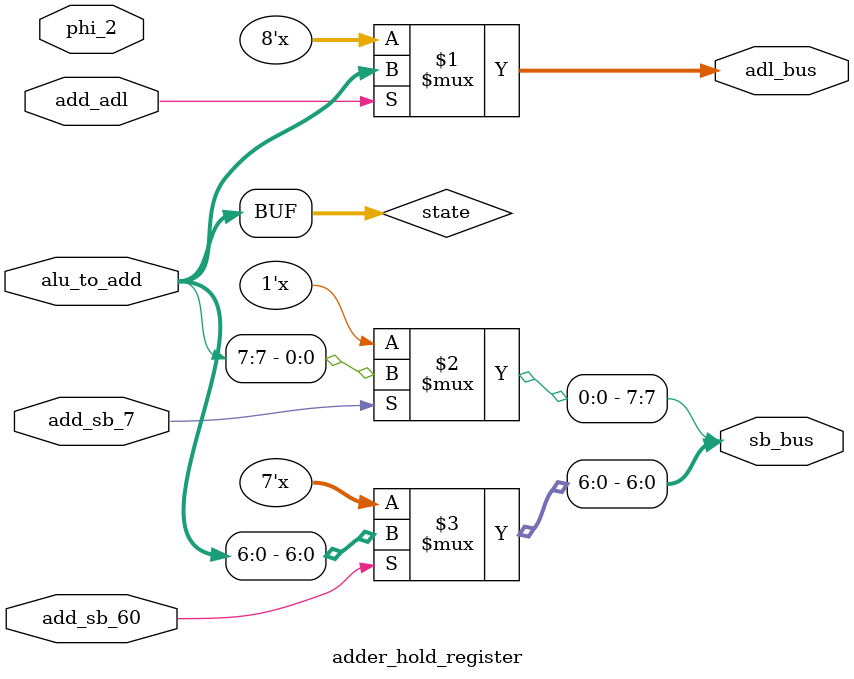
<source format=sv>
`timescale 1ns / 1ps
module adder_hold_register(
	input phi_2,
	input add_adl,
	input add_sb_60,
	input add_sb_7,

	input [7:0] alu_to_add,
	output [7:0] adl_bus,
	output [7:0] sb_bus);

	reg [7:0] state;

	assign adl_bus     = (add_adl   ? state      : {8{1'bz}});
	assign sb_bus[7]   = (add_sb_7  ? state[7]   : 1'bz);
	assign sb_bus[6:0] = (add_sb_60 ? state[6:0] : {7{1'bz}});

	always @ (phi_2)
	begin
		state <= alu_to_add;
	end

endmodule

</source>
